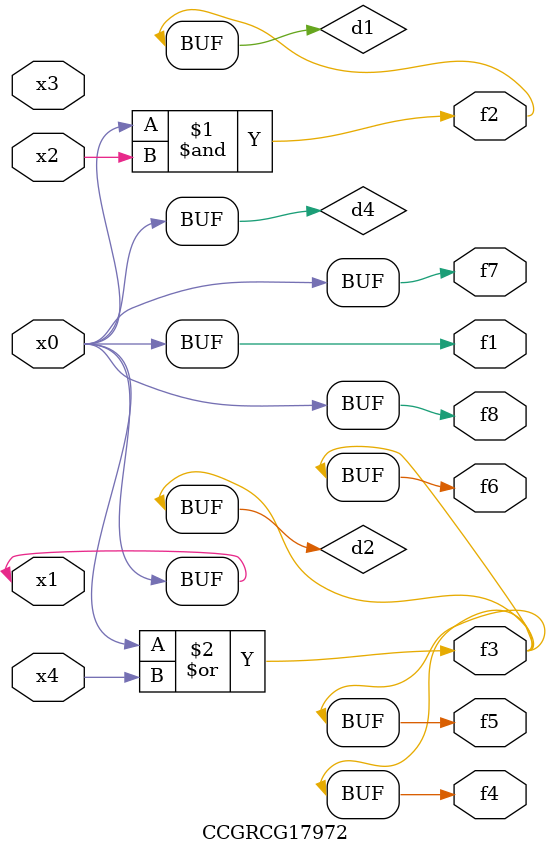
<source format=v>
module CCGRCG17972(
	input x0, x1, x2, x3, x4,
	output f1, f2, f3, f4, f5, f6, f7, f8
);

	wire d1, d2, d3, d4;

	and (d1, x0, x2);
	or (d2, x0, x4);
	nand (d3, x0, x2);
	buf (d4, x0, x1);
	assign f1 = d4;
	assign f2 = d1;
	assign f3 = d2;
	assign f4 = d2;
	assign f5 = d2;
	assign f6 = d2;
	assign f7 = d4;
	assign f8 = d4;
endmodule

</source>
